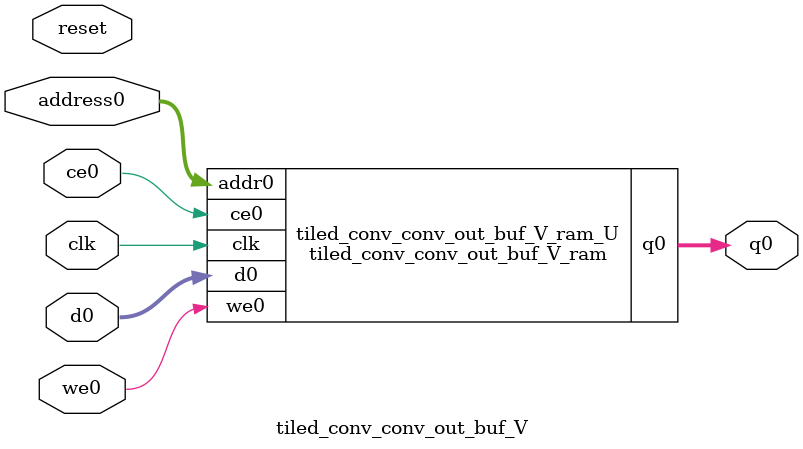
<source format=v>
`timescale 1 ns / 1 ps
module tiled_conv_conv_out_buf_V_ram (addr0, ce0, d0, we0, q0,  clk);

parameter DWIDTH = 16;
parameter AWIDTH = 11;
parameter MEM_SIZE = 1840;

input[AWIDTH-1:0] addr0;
input ce0;
input[DWIDTH-1:0] d0;
input we0;
output reg[DWIDTH-1:0] q0;
input clk;

reg [DWIDTH-1:0] ram[0:MEM_SIZE-1];




always @(posedge clk)  
begin 
    if (ce0) begin
        if (we0) 
            ram[addr0] <= d0; 
        q0 <= ram[addr0];
    end
end


endmodule

`timescale 1 ns / 1 ps
module tiled_conv_conv_out_buf_V(
    reset,
    clk,
    address0,
    ce0,
    we0,
    d0,
    q0);

parameter DataWidth = 32'd16;
parameter AddressRange = 32'd1840;
parameter AddressWidth = 32'd11;
input reset;
input clk;
input[AddressWidth - 1:0] address0;
input ce0;
input we0;
input[DataWidth - 1:0] d0;
output[DataWidth - 1:0] q0;



tiled_conv_conv_out_buf_V_ram tiled_conv_conv_out_buf_V_ram_U(
    .clk( clk ),
    .addr0( address0 ),
    .ce0( ce0 ),
    .we0( we0 ),
    .d0( d0 ),
    .q0( q0 ));

endmodule


</source>
